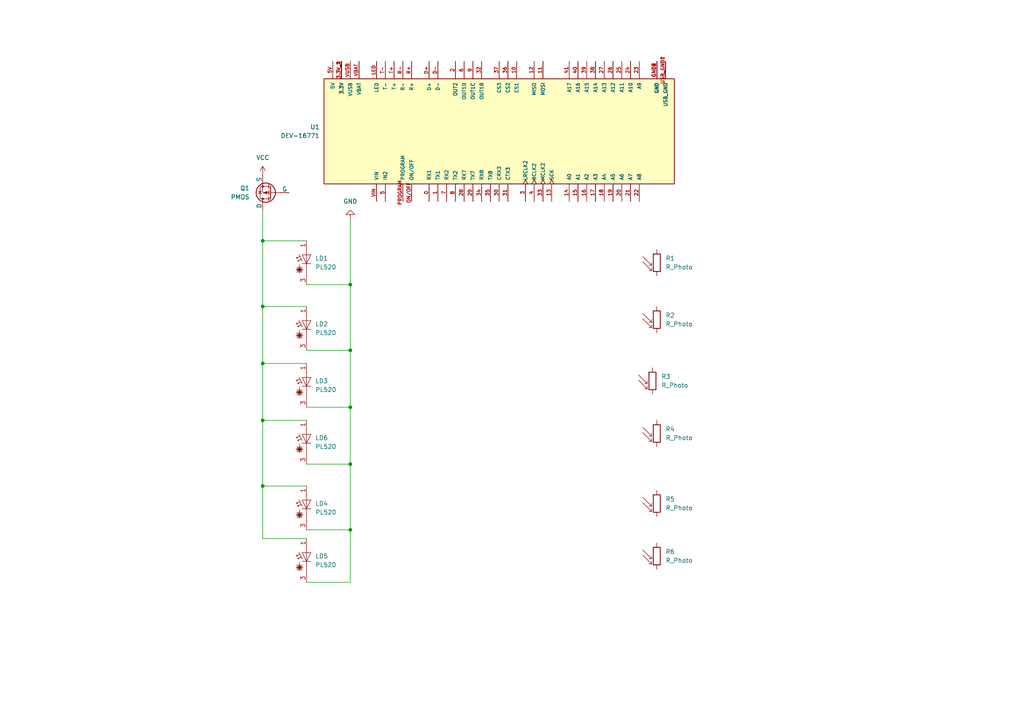
<source format=kicad_sch>
(kicad_sch (version 20250114) (generator "eeschema") (generator_version "9.0")
  (paper "A4")
  (lib_symbols
    (symbol "DEV-16771:DEV-16771" (pin_names (offset 1.016))
      (property "Reference" "U" (at -15.24 52.07 0))
      (property "Value" "DEV-16771" (at -15.24 -53.34 0))
      (symbol "DEV-16771_0_0"
        (rectangle (start -15.24 -50.8) (end 15.24 50.8) (stroke (width 0.254)) (fill (type background)))
        (pin input line (at -20.32 35.56 0) (length 5.08) (name "VIN") (number "VIN"))
        (pin bidirectional line (at -20.32 33.02 0) (length 5.08) (name "IN2") (number "5"))
        (pin bidirectional line (at -20.32 27.94 0) (length 5.08) (name "PROGRAM") (number "PROGRAM"))
        (pin bidirectional line (at -20.32 25.4 0) (length 5.08) (name "ON/OFF") (number "ON/OFF"))
        (pin bidirectional line (at -20.32 20.32 0) (length 5.08) (name "RX1") (number "0"))
        (pin bidirectional line (at -20.32 17.78 0) (length 5.08) (name "TX1") (number "1"))
        (pin bidirectional line (at -20.32 15.24 0) (length 5.08) (name "RX2") (number "7"))
        (pin bidirectional line (at -20.32 12.7 0) (length 5.08) (name "TX2") (number "8"))
        (pin bidirectional line (at -20.32 10.16 0) (length 5.08) (name "RX7") (number "28"))
        (pin bidirectional line (at -20.32 7.62 0) (length 5.08) (name "TX7") (number "29"))
        (pin bidirectional line (at -20.32 5.08 0) (length 5.08) (name "RX8") (number "34"))
        (pin bidirectional line (at -20.32 2.54 0) (length 5.08) (name "TX8") (number "35"))
        (pin bidirectional line (at -20.32 0 0) (length 5.08) (name "CRX3") (number "30"))
        (pin bidirectional line (at -20.32 -2.54 0) (length 5.08) (name "CTX3") (number "31"))
        (pin bidirectional clock (at -20.32 -7.62 0) (length 5.08) (name "LRCLK2") (number "3"))
        (pin bidirectional clock (at -20.32 -10.16 0) (length 5.08) (name "BCLK2") (number "4"))
        (pin bidirectional clock (at -20.32 -12.7 0) (length 5.08) (name "MCLK2") (number "33"))
        (pin bidirectional clock (at -20.32 -15.24 0) (length 5.08) (name "SCK") (number "13"))
        (pin bidirectional line (at -20.32 -20.32 0) (length 5.08) (name "A0") (number "14"))
        (pin bidirectional line (at -20.32 -22.86 0) (length 5.08) (name "A1") (number "15"))
        (pin bidirectional line (at -20.32 -25.4 0) (length 5.08) (name "A2") (number "16"))
        (pin bidirectional line (at -20.32 -27.94 0) (length 5.08) (name "A3") (number "17"))
        (pin bidirectional line (at -20.32 -30.48 0) (length 5.08) (name "A4") (number "18"))
        (pin bidirectional line (at -20.32 -33.02 0) (length 5.08) (name "A5") (number "19"))
        (pin bidirectional line (at -20.32 -35.56 0) (length 5.08) (name "A6") (number "20"))
        (pin bidirectional line (at -20.32 -38.1 0) (length 5.08) (name "A7") (number "21"))
        (pin bidirectional line (at -20.32 -40.64 0) (length 5.08) (name "A8") (number "22"))
        (pin power_in line (at 20.32 48.26 180) (length 5.08) (name "5V") (number "5V"))
        (pin power_in line (at 20.32 45.72 180) (length 5.08) (name "3.3V") (number "3.3V_1"))
        (pin power_in line (at 20.32 45.72 180) (length 5.08) (name "3.3V") (number "3.3V_2"))
        (pin power_in line (at 20.32 45.72 180) (length 5.08) (name "3.3V") (number "3.3V_3"))
        (pin passive line (at 20.32 43.18 180) (length 5.08) (name "VUSB") (number "VUSB"))
        (pin passive line (at 20.32 40.64 180) (length 5.08) (name "VBAT") (number "VBAT"))
        (pin bidirectional line (at 20.32 35.56 180) (length 5.08) (name "LED") (number "LED"))
        (pin bidirectional line (at 20.32 33.02 180) (length 5.08) (name "T-") (number "T-"))
        (pin bidirectional line (at 20.32 30.48 180) (length 5.08) (name "T+") (number "T+"))
        (pin bidirectional line (at 20.32 27.94 180) (length 5.08) (name "R-") (number "R-"))
        (pin bidirectional line (at 20.32 25.4 180) (length 5.08) (name "R+") (number "R+"))
        (pin bidirectional line (at 20.32 20.32 180) (length 5.08) (name "D+") (number "D+"))
        (pin bidirectional line (at 20.32 17.78 180) (length 5.08) (name "D-") (number "D-"))
        (pin output line (at 20.32 12.7 180) (length 5.08) (name "OUT2") (number "2"))
        (pin output line (at 20.32 10.16 180) (length 5.08) (name "OUT1D") (number "6"))
        (pin output line (at 20.32 7.62 180) (length 5.08) (name "OUT1C") (number "9"))
        (pin output line (at 20.32 5.08 180) (length 5.08) (name "OUT1B") (number "32"))
        (pin bidirectional line (at 20.32 0 180) (length 5.08) (name "CS3") (number "37"))
        (pin bidirectional line (at 20.32 -2.54 180) (length 5.08) (name "CS2") (number "36"))
        (pin bidirectional line (at 20.32 -5.08 180) (length 5.08) (name "CS1") (number "10"))
        (pin bidirectional line (at 20.32 -10.16 180) (length 5.08) (name "MISO") (number "12"))
        (pin bidirectional line (at 20.32 -12.7 180) (length 5.08) (name "MOSI") (number "11"))
        (pin bidirectional line (at 20.32 -20.32 180) (length 5.08) (name "A17") (number "41"))
        (pin bidirectional line (at 20.32 -22.86 180) (length 5.08) (name "A16") (number "40"))
        (pin bidirectional line (at 20.32 -25.4 180) (length 5.08) (name "A15") (number "39"))
        (pin bidirectional line (at 20.32 -27.94 180) (length 5.08) (name "A14") (number "38"))
        (pin bidirectional line (at 20.32 -30.48 180) (length 5.08) (name "A13") (number "27"))
        (pin bidirectional line (at 20.32 -33.02 180) (length 5.08) (name "A12") (number "26"))
        (pin bidirectional line (at 20.32 -35.56 180) (length 5.08) (name "A11") (number "25"))
        (pin bidirectional line (at 20.32 -38.1 180) (length 5.08) (name "A10") (number "24"))
        (pin bidirectional line (at 20.32 -40.64 180) (length 5.08) (name "A9") (number "23"))
        (pin power_in line (at 20.32 -45.72 180) (length 5.08) (name "GND") (number "GND1"))
        (pin power_in line (at 20.32 -45.72 180) (length 5.08) (name "GND") (number "GND2"))
        (pin power_in line (at 20.32 -45.72 180) (length 5.08) (name "GND") (number "GND3"))
        (pin power_in line (at 20.32 -45.72 180) (length 5.08) (name "GND") (number "GND4"))
        (pin power_in line (at 20.32 -45.72 180) (length 5.08) (name "GND") (number "GND5"))
        (pin power_in line (at 20.32 -48.26 180) (length 5.08) (name "USB_GND") (number "USB_GND1"))
        (pin power_in line (at 20.32 -48.26 180) (length 5.08) (name "USB_GND") (number "USB_GND2"))
      )
    )
    (symbol "Device:R_Photo" (pin_numbers (hide yes)) (pin_names (offset 0))
      (property "Reference" "R" (at 1.27 1.27 0))
      (property "Value" "R_Photo" (at 1.27 0 0))
      (symbol "R_Photo_0_1"
        (polyline (pts (xy -1.524 -0.762) (xy -4.064 1.778)))
        (polyline (pts (xy -1.524 -0.762) (xy -2.286 -0.762)))
        (polyline (pts (xy -1.524 -0.762) (xy -1.524 0)))
        (polyline (pts (xy -1.524 -2.286) (xy -4.064 0.254)))
        (polyline (pts (xy -1.524 -2.286) (xy -2.286 -2.286)))
        (polyline (pts (xy -1.524 -2.286) (xy -1.524 -1.524)))
        (rectangle (start -1.016 2.54) (end 1.016 -2.54) (stroke (width 0.254)))
      )
      (symbol "R_Photo_1_1"
        (pin passive line (at 0 3.81 270) (length 1.27) (name "~") (number "1"))
        (pin passive line (at 0 -3.81 90) (length 1.27) (name "~") (number "2"))
      )
    )
    (symbol "Diode_Laser:PL520" (pin_names (offset 1.016) (hide yes))
      (property "Reference" "LD" (at -1.27 4.445 0))
      (property "Value" "PL520" (at -1.27 -2.54 0))
      (symbol "PL520_0_1"
        (polyline (pts (xy -4.064 2.794) (xy -2.54 1.27)))
        (polyline (pts (xy -4.064 2.286) (xy -2.54 1.778)))
        (polyline (pts (xy -4.064 1.778) (xy -2.54 2.286)))
        (polyline (pts (xy -4.064 1.27) (xy -2.54 2.794)))
        (polyline (pts (xy -3.556 2.794) (xy -3.048 1.27)))
        (polyline (pts (xy -3.302 2.032) (xy -3.302 3.048)))
        (polyline (pts (xy -3.302 2.032) (xy -3.302 1.016)))
        (polyline (pts (xy -3.048 2.794) (xy -3.556 1.27)))
        (polyline (pts (xy -1.778 2.032) (xy -4.318 2.032)))
        (polyline (pts (xy -1.524 1.27) (xy -1.524 -1.27)) (stroke (width 0.1524)))
        (polyline (pts (xy -0.254 1.524) (xy -0.762 2.54) (xy -0.4717 2.4339) (xy -0.762 2.54) (xy -0.8485 2.2301)))
        (polyline (pts (xy 0.5442 1.9119) (xy 0.0362 2.9279) (xy 0.3265 2.8218) (xy 0.0362 2.9279) (xy -0.0503 2.618)))
        (polyline (pts (xy 2.54 0) (xy -5.08 0)))
      )
      (symbol "PL520_1_1"
        (polyline (pts (xy 1.016 -1.27) (xy 1.016 1.27) (xy -1.524 0) (xy 1.016 -1.27)))
        (polyline (pts (xy 1.0782 2.1762) (xy -0.762 1.27) (xy -0.762 1.27)))
        (pin passive line (at -7.62 0 0) (length 2.54) (name "C") (number "3"))
        (pin no_connect line (at -1.27 0 0) (length 2.54) (hide yes) (name "NC") (number "2"))
        (pin passive line (at 5.08 0 180) (length 2.54) (name "A") (number "1"))
      )
    )
    (symbol "Simulation_SPICE:PMOS" (pin_numbers (hide yes)) (pin_names (offset 0))
      (property "Reference" "Q" (at 5.08 1.27 0))
      (property "Value" "PMOS" (at 5.08 -1.27 0))
      (symbol "PMOS_0_1"
        (polyline (pts (xy 0.254 1.905) (xy 0.254 -1.905)) (stroke (width 0.254)))
        (polyline (pts (xy 0.254 0) (xy -2.54 0)))
        (polyline (pts (xy 0.762 2.286) (xy 0.762 1.27)) (stroke (width 0.254)))
        (polyline (pts (xy 0.762 1.778) (xy 3.302 1.778) (xy 3.302 -1.778) (xy 0.762 -1.778)))
        (polyline (pts (xy 0.762 0.508) (xy 0.762 -0.508)) (stroke (width 0.254)))
        (polyline (pts (xy 0.762 -1.27) (xy 0.762 -2.286)) (stroke (width 0.254)))
        (circle (center 1.651 0) (radius 2.794) (stroke (width 0.254)))
        (polyline (pts (xy 2.286 0) (xy 1.27 0.381) (xy 1.27 -0.381) (xy 2.286 0)) (fill (type outline)))
        (polyline (pts (xy 2.54 2.54) (xy 2.54 1.778)))
        (circle (center 2.54 1.778) (radius 0.254) (fill (type outline)))
        (circle (center 2.54 -1.778) (radius 0.254) (fill (type outline)))
        (polyline (pts (xy 2.54 -2.54) (xy 2.54 0) (xy 0.762 0)))
        (polyline (pts (xy 2.794 -0.508) (xy 2.921 -0.381) (xy 3.683 -0.381) (xy 3.81 -0.254)))
        (polyline (pts (xy 3.302 -0.381) (xy 2.921 0.254) (xy 3.683 0.254) (xy 3.302 -0.381)))
      )
      (symbol "PMOS_1_1"
        (pin input line (at -5.08 0 0) (length 2.54) (name "G") (number "2"))
        (pin passive line (at 2.54 5.08 270) (length 2.54) (name "D") (number "1"))
        (pin passive line (at 2.54 -5.08 90) (length 2.54) (name "S") (number "3"))
      )
    )
    (symbol "power:GND" (power) (pin_numbers (hide yes)) (pin_names (offset 0) (hide yes))
      (property "Value" "GND" (at 0 -3.81 0))
      (symbol "GND_0_1"
        (polyline (pts (xy 0 0) (xy 0 -1.27) (xy 1.27 -1.27) (xy 0 -2.54) (xy -1.27 -1.27) (xy 0 -1.27)))
      )
      (symbol "GND_1_1"
        (pin power_in line (at 0 0 270) (length 0) (name "~") (number "1"))
      )
    )
    (symbol "power:VCC" (power) (pin_numbers (hide yes)) (pin_names (offset 0) (hide yes))
      (property "Value" "VCC" (at 0 3.556 0))
      (symbol "VCC_0_1"
        (polyline (pts (xy -0.762 1.27) (xy 0 2.54)))
        (polyline (pts (xy 0 2.54) (xy 0.762 1.27)))
        (polyline (pts (xy 0 0) (xy 0 2.54)))
      )
      (symbol "VCC_1_1"
        (pin power_in line (at 0 0 90) (length 0) (name "~") (number "1"))
      )
    )
  )
  (junction (at 76.2 140.97))
  (junction (at 76.2 69.85))
  (junction (at 76.2 88.9))
  (junction (at 76.2 105.41))
  (junction (at 101.6 153.67))
  (junction (at 101.6 101.6))
  (junction (at 76.2 121.92))
  (junction (at 101.6 134.62))
  (junction (at 101.6 118.11))
  (junction (at 101.6 82.55))
  (wire (pts (xy 76.2 121.92) (xy 76.2 140.97)))
  (wire (pts (xy 88.9 101.6) (xy 101.6 101.6)))
  (wire (pts (xy 88.9 168.91) (xy 101.6 168.91)))
  (wire (pts (xy 76.2 88.9) (xy 76.2 105.41)))
  (wire (pts (xy 76.2 140.97) (xy 76.2 156.21)))
  (wire (pts (xy 88.9 118.11) (xy 101.6 118.11)))
  (wire (pts (xy 76.2 105.41) (xy 76.2 121.92)))
  (wire (pts (xy 101.6 82.55) (xy 101.6 101.6)))
  (wire (pts (xy 76.2 60.96) (xy 76.2 69.85)))
  (wire (pts (xy 88.9 82.55) (xy 101.6 82.55)))
  (wire (pts (xy 76.2 140.97) (xy 88.9 140.97)))
  (wire (pts (xy 101.6 153.67) (xy 101.6 168.91)))
  (wire (pts (xy 88.9 153.67) (xy 101.6 153.67)))
  (wire (pts (xy 76.2 69.85) (xy 76.2 88.9)))
  (wire (pts (xy 76.2 88.9) (xy 88.9 88.9)))
  (wire (pts (xy 101.6 118.11) (xy 101.6 134.62)))
  (wire (pts (xy 101.6 101.6) (xy 101.6 118.11)))
  (wire (pts (xy 76.2 156.21) (xy 88.9 156.21)))
  (wire (pts (xy 88.9 134.62) (xy 101.6 134.62)))
  (wire (pts (xy 76.2 121.92) (xy 88.9 121.92)))
  (wire (pts (xy 101.6 63.5) (xy 101.6 82.55)))
  (wire (pts (xy 76.2 105.41) (xy 88.9 105.41)))
  (wire (pts (xy 101.6 134.62) (xy 101.6 153.67)))
  (wire (pts (xy 76.2 69.85) (xy 88.9 69.85)))
  (symbol (lib_id "Device:R_Photo") (at 190.5 146.05 0) (unit 1)
    (property "Reference" "R5" (at 193.04 144.7799 0) (effects (justify left)))
    (property "Value" "R_Photo" (at 193.04 147.3199 0) (effects (justify left)))
    (property "Description" "Photoresistor" (effects (hide yes)))
  )
  (symbol (lib_id "Device:R_Photo") (at 189.23 110.49 0) (unit 1)
    (property "Reference" "R3" (at 191.77 109.2199 0) (effects (justify left)))
    (property "Value" "R_Photo" (at 191.77 111.7599 0) (effects (justify left)))
    (property "Description" "Photoresistor" (effects (hide yes)))
  )
  (symbol (lib_id "Diode_Laser:PL520") (at 88.9 74.93 90) (unit 1)
    (property "Reference" "LD1" (at 91.44 74.9299 90) (effects (justify right)))
    (property "Value" "PL520" (at 91.44 77.4699 90) (effects (justify right)))
    (property "Footprint" "OptoDevice:LaserDiode_TO38ICut-3" (effects (hide yes)))
    (property "Datasheet" "http://www.osram-os.com/Graphics/XPic7/00234693_0.pdf/PL%20520.pdf" (effects (hide yes)))
    (property "Description" "Green Laser Diode (520nm), TO-38" (effects (hide yes)))
  )
  (symbol (lib_id "Diode_Laser:PL520") (at 88.9 127 90) (unit 1)
    (property "Reference" "LD6" (at 91.44 126.9999 90) (effects (justify right)))
    (property "Value" "PL520" (at 91.44 129.5399 90) (effects (justify right)))
    (property "Footprint" "OptoDevice:LaserDiode_TO38ICut-3" (effects (hide yes)))
    (property "Datasheet" "http://www.osram-os.com/Graphics/XPic7/00234693_0.pdf/PL%20520.pdf" (effects (hide yes)))
    (property "Description" "Green Laser Diode (520nm), TO-38" (effects (hide yes)))
  )
  (symbol (lib_id "Diode_Laser:PL520") (at 88.9 110.49 90) (unit 1)
    (property "Reference" "LD3" (at 91.44 110.4899 90) (effects (justify right)))
    (property "Value" "PL520" (at 91.44 113.0299 90) (effects (justify right)))
    (property "Footprint" "OptoDevice:LaserDiode_TO38ICut-3" (effects (hide yes)))
    (property "Datasheet" "http://www.osram-os.com/Graphics/XPic7/00234693_0.pdf/PL%20520.pdf" (effects (hide yes)))
    (property "Description" "Green Laser Diode (520nm), TO-38" (effects (hide yes)))
  )
  (symbol (lib_id "Device:R_Photo") (at 190.5 76.2 0) (unit 1)
    (property "Reference" "R1" (at 193.04 74.9299 0) (effects (justify left)))
    (property "Value" "R_Photo" (at 193.04 77.4699 0) (effects (justify left)))
    (property "Description" "Photoresistor" (effects (hide yes)))
  )
  (symbol (lib_id "Device:R_Photo") (at 190.5 92.71 0) (unit 1)
    (property "Reference" "R2" (at 193.04 91.4399 0) (effects (justify left)))
    (property "Value" "R_Photo" (at 193.04 93.9799 0) (effects (justify left)))
    (property "Description" "Photoresistor" (effects (hide yes)))
  )
  (symbol (lib_id "Simulation_SPICE:PMOS") (at 78.74 55.88 180) (unit 1)
    (property "Reference" "Q1" (at 72.39 54.6099 0) (effects (justify left)))
    (property "Value" "PMOS" (at 72.39 57.1499 0) (effects (justify left)))
    (property "Datasheet" "https://ngspice.sourceforge.io/docs/ngspice-html-manual/manual.xhtml#cha_MOSFETs" (effects (hide yes)))
    (property "Description" "P-MOSFET transistor, drain/source/gate" (effects (hide yes)))
    (property "Sim.Device" "PMOS" (effects (hide yes)))
    (property "Sim.Type" "VDMOS" (effects (hide yes)))
    (property "Sim.Pins" "1=D 2=G 3=S" (effects (hide yes)))
  )
  (symbol (lib_id "Diode_Laser:PL520") (at 88.9 93.98 90) (unit 1)
    (property "Reference" "LD2" (at 91.44 93.9799 90) (effects (justify right)))
    (property "Value" "PL520" (at 91.44 96.5199 90) (effects (justify right)))
    (property "Footprint" "OptoDevice:LaserDiode_TO38ICut-3" (effects (hide yes)))
    (property "Datasheet" "http://www.osram-os.com/Graphics/XPic7/00234693_0.pdf/PL%20520.pdf" (effects (hide yes)))
    (property "Description" "Green Laser Diode (520nm), TO-38" (effects (hide yes)))
  )
  (symbol (lib_id "Device:R_Photo") (at 190.5 125.73 0) (unit 1)
    (property "Reference" "R4" (at 193.04 124.4599 0) (effects (justify left)))
    (property "Value" "R_Photo" (at 193.04 126.9999 0) (effects (justify left)))
    (property "Description" "Photoresistor" (effects (hide yes)))
  )
  (symbol (lib_id "Diode_Laser:PL520") (at 88.9 161.29 90) (unit 1)
    (property "Reference" "LD5" (at 91.44 161.2899 90) (effects (justify right)))
    (property "Value" "PL520" (at 91.44 163.8299 90) (effects (justify right)))
    (property "Footprint" "OptoDevice:LaserDiode_TO38ICut-3" (effects (hide yes)))
    (property "Datasheet" "http://www.osram-os.com/Graphics/XPic7/00234693_0.pdf/PL%20520.pdf" (effects (hide yes)))
    (property "Description" "Green Laser Diode (520nm), TO-38" (effects (hide yes)))
  )
  (symbol (lib_id "power:GND") (at 101.6 63.5 180) (unit 1)
    (property "Reference" "#PWR01" (effects (hide yes)))
    (property "Value" "GND" (at 101.6 58.42 0))
    (property "Description" "Power symbol creates a global label with name \"GND\" , ground" (effects (hide yes)))
  )
  (symbol (lib_id "Diode_Laser:PL520") (at 88.9 146.05 90) (unit 1)
    (property "Reference" "LD4" (at 91.44 146.0499 90) (effects (justify right)))
    (property "Value" "PL520" (at 91.44 148.5899 90) (effects (justify right)))
    (property "Footprint" "OptoDevice:LaserDiode_TO38ICut-3" (effects (hide yes)))
    (property "Datasheet" "http://www.osram-os.com/Graphics/XPic7/00234693_0.pdf/PL%20520.pdf" (effects (hide yes)))
    (property "Description" "Green Laser Diode (520nm), TO-38" (effects (hide yes)))
  )
  (symbol (lib_id "Device:R_Photo") (at 190.5 161.29 0) (unit 1)
    (property "Reference" "R6" (at 193.04 160.0199 0) (effects (justify left)))
    (property "Value" "R_Photo" (at 193.04 162.5599 0) (effects (justify left)))
    (property "Description" "Photoresistor" (effects (hide yes)))
  )
  (symbol (lib_id "power:VCC") (at 76.2 50.8 0) (unit 1)
    (property "Reference" "#PWR02" (effects (hide yes)))
    (property "Value" "VCC" (at 76.2 45.72 0))
    (property "Description" "Power symbol creates a global label with name \"VCC\"" (effects (hide yes)))
  )
  (symbol (lib_id "DEV-16771:DEV-16771") (at 144.78 38.1 90) (unit 1)
    (property "Reference" "U1" (at 92.71 36.8299 90) (effects (justify left)))
    (property "Value" "DEV-16771" (at 92.71 39.3699 90) (effects (justify left)))
    (property "Footprint" "DEV-16771:MODULE_DEV-16771" (effects (hide yes)))
    (property "MF" "SparkFun Electronics" (effects (hide yes)))
    (property "MAXIMUM_PACKAGE_HEIGHT" "4.07mm" (effects (hide yes)))
    (property "Package" "None" (effects (hide yes)))
    (property "Price" "None" (effects (hide yes)))
    (property "Check_prices" "https://www.snapeda.com/parts/DEV-16771/SparkFun/view-part/?ref=eda" (effects (hide yes)))
    (property "STANDARD" "Manufacturer recommendations" (effects (hide yes)))
    (property "PARTREV" "4.1" (effects (hide yes)))
    (property "SnapEDA_Link" "https://www.snapeda.com/parts/DEV-16771/SparkFun/view-part/?ref=snap" (effects (hide yes)))
    (property "MP" "DEV-16771" (effects (hide yes)))
    (property "Description_1" "RT1062 Teensy 4.1 series ARM® Cortex®-M7 MPU Embedded Evaluation Board" (effects (hide yes)))
    (property "Availability" "In Stock" (effects (hide yes)))
    (property "MANUFACTURER" "SparkFun Electronics" (effects (hide yes)))
  )
)
</source>
